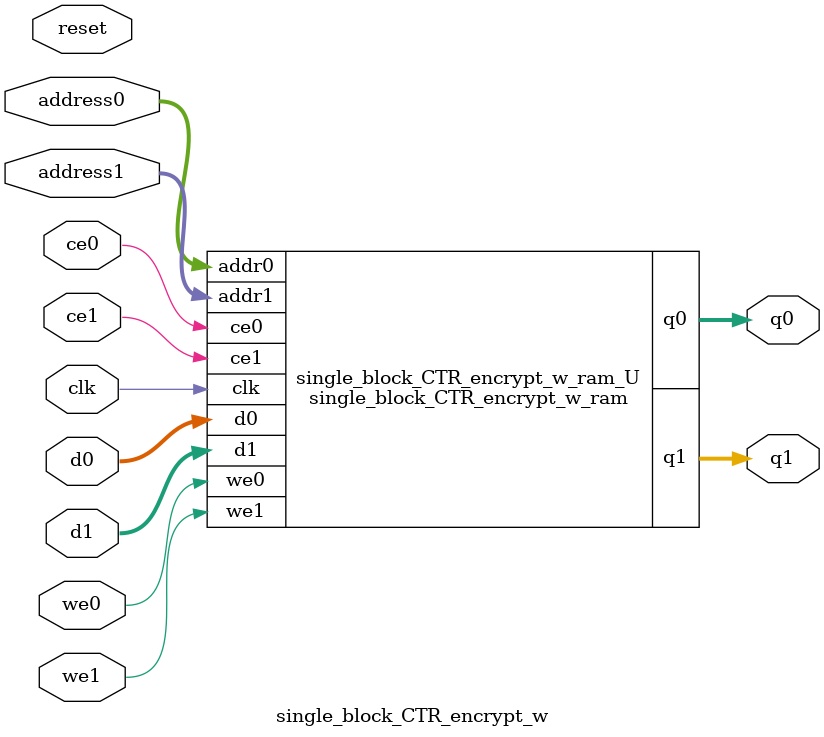
<source format=v>

`timescale 1 ns / 1 ps
module single_block_CTR_encrypt_w_ram (addr0, ce0, d0, we0, q0, addr1, ce1, d1, we1, q1,  clk);

parameter DWIDTH = 8;
parameter AWIDTH = 8;
parameter MEM_SIZE = 176;

input[AWIDTH-1:0] addr0;
input ce0;
input[DWIDTH-1:0] d0;
input we0;
output reg[DWIDTH-1:0] q0;
input[AWIDTH-1:0] addr1;
input ce1;
input[DWIDTH-1:0] d1;
input we1;
output reg[DWIDTH-1:0] q1;
input clk;

(* ram_style = "block" *)reg [DWIDTH-1:0] ram[MEM_SIZE-1:0];




always @(posedge clk)  
begin 
    if (ce0) 
    begin
        if (we0) 
        begin 
            ram[addr0] <= d0; 
            q0 <= d0;
        end 
        else 
            q0 <= ram[addr0];
    end
end


always @(posedge clk)  
begin 
    if (ce1) 
    begin
        if (we1) 
        begin 
            ram[addr1] <= d1; 
            q1 <= d1;
        end 
        else 
            q1 <= ram[addr1];
    end
end


endmodule


`timescale 1 ns / 1 ps
module single_block_CTR_encrypt_w(
    reset,
    clk,
    address0,
    ce0,
    we0,
    d0,
    q0,
    address1,
    ce1,
    we1,
    d1,
    q1);

parameter DataWidth = 32'd8;
parameter AddressRange = 32'd176;
parameter AddressWidth = 32'd8;
input reset;
input clk;
input[AddressWidth - 1:0] address0;
input ce0;
input we0;
input[DataWidth - 1:0] d0;
output[DataWidth - 1:0] q0;
input[AddressWidth - 1:0] address1;
input ce1;
input we1;
input[DataWidth - 1:0] d1;
output[DataWidth - 1:0] q1;



single_block_CTR_encrypt_w_ram single_block_CTR_encrypt_w_ram_U(
    .clk( clk ),
    .addr0( address0 ),
    .ce0( ce0 ),
    .d0( d0 ),
    .we0( we0 ),
    .q0( q0 ),
    .addr1( address1 ),
    .ce1( ce1 ),
    .d1( d1 ),
    .we1( we1 ),
    .q1( q1 ));

endmodule


</source>
